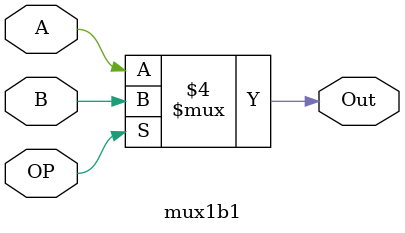
<source format=v>
module mux1b1(
	input [0:0] A,
	input [0:0] B,
	input [0:0] OP,
	output reg [0:0] Out
);


always @(A, B, OP) begin
	if(OP==1'b0)
		Out <= A; 
	else
		Out <= B;
end

endmodule
</source>
